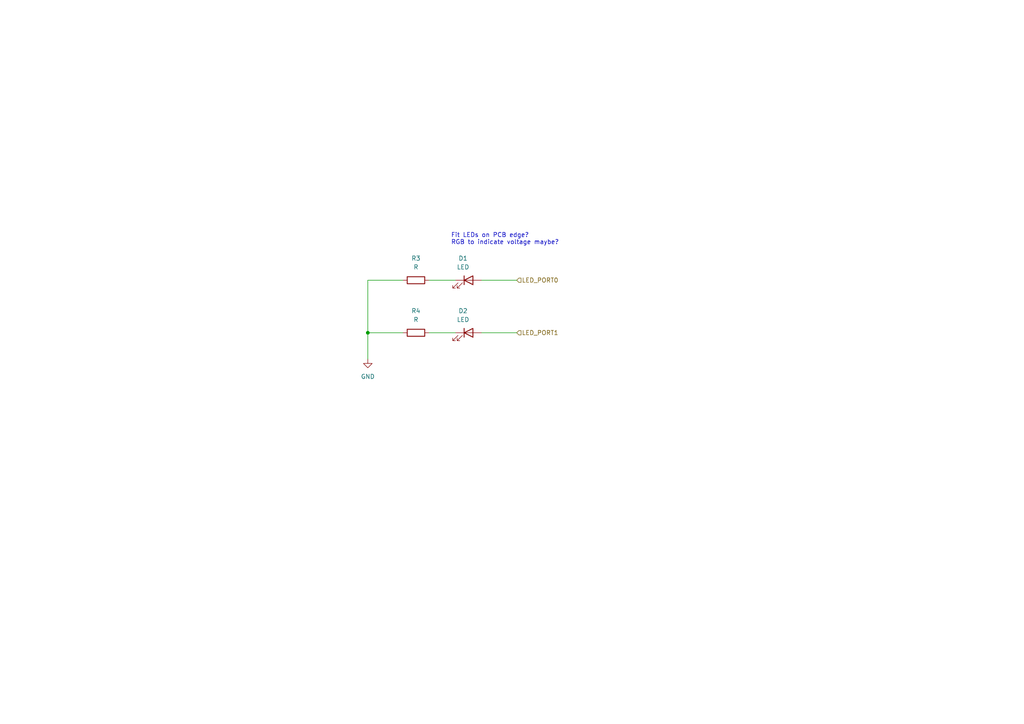
<source format=kicad_sch>
(kicad_sch (version 20230121) (generator eeschema)
  (paper "A4")
  (lib_symbols
    (symbol "Device:LED" (pin_numbers hide) (pin_names (offset 1.016) hide)
      (property "Reference" "D" (at 0 2.54 0))
      (property "Value" "LED" (at 0 -2.54 0))
      (symbol "LED_0_1"
        (polyline (pts (xy -1.27 -1.27) (xy -1.27 1.27)) (stroke (width 0.254)))
        (polyline (pts (xy -1.27 0) (xy 1.27 0)))
        (polyline (pts (xy 1.27 -1.27) (xy 1.27 1.27) (xy -1.27 0) (xy 1.27 -1.27)) (stroke (width 0.254)))
        (polyline (pts (xy -3.048 -0.762) (xy -4.572 -2.286) (xy -3.81 -2.286) (xy -4.572 -2.286) (xy -4.572 -1.524)))
        (polyline (pts (xy -1.778 -0.762) (xy -3.302 -2.286) (xy -2.54 -2.286) (xy -3.302 -2.286) (xy -3.302 -1.524)))
      )
      (symbol "LED_1_1"
        (pin passive line (at -3.81 0 0) (length 2.54) (name "K") (number "1"))
        (pin passive line (at 3.81 0 180) (length 2.54) (name "A") (number "2"))
      )
    )
    (symbol "Device:R" (pin_numbers hide) (pin_names (offset 0))
      (property "Reference" "R" (at 2.032 0 90))
      (property "Value" "R" (at 0 0 90))
      (symbol "R_0_1"
        (rectangle (start -1.016 -2.54) (end 1.016 2.54) (stroke (width 0.254)))
      )
      (symbol "R_1_1"
        (pin passive line (at 0 3.81 270) (length 1.27) (name "~") (number "1"))
        (pin passive line (at 0 -3.81 90) (length 1.27) (name "~") (number "2"))
      )
    )
    (symbol "power:GND" (power) (pin_names (offset 0))
      (property "Value" "GND" (at 0 -3.81 0))
      (symbol "GND_0_1"
        (polyline (pts (xy 0 0) (xy 0 -1.27) (xy 1.27 -1.27) (xy 0 -2.54) (xy -1.27 -1.27) (xy 0 -1.27)))
      )
      (symbol "GND_1_1"
        (pin power_in line (at 0 0 270) (length 0) hide (name "GND") (number "1"))
      )
    )
  )
  (junction (at 106.68 96.52))
  (wire (pts (xy 139.7 96.52) (xy 149.86 96.52)))
  (wire (pts (xy 116.84 81.28) (xy 106.68 81.28)))
  (wire (pts (xy 139.7 81.28) (xy 149.86 81.28)))
  (wire (pts (xy 106.68 81.28) (xy 106.68 96.52)))
  (wire (pts (xy 124.46 96.52) (xy 132.08 96.52)))
  (wire (pts (xy 106.68 96.52) (xy 106.68 104.14)))
  (wire (pts (xy 106.68 96.52) (xy 116.84 96.52)))
  (wire (pts (xy 124.46 81.28) (xy 132.08 81.28)))
  (text "Fit LEDs on PCB edge?\nRGB to indicate voltage maybe?\n" (at 130.81 71.12 0) (effects (font (size 1.27 1.27)) (justify left bottom)))
  (hierarchical_label "LED_PORT1" (shape input) (at 149.86 96.52 0))
  (hierarchical_label "LED_PORT0" (shape input) (at 149.86 81.28 0))
  (symbol (lib_id "Device:LED") (at 135.89 81.28 0) (unit 1)
    (property "Reference" "D1" (at 134.3025 74.93 0))
    (property "Value" "LED" (at 134.3025 77.47 0))
  )
  (symbol (lib_id "Device:R") (at 120.65 81.28 90) (unit 1)
    (property "Reference" "R3" (at 120.65 74.93 90))
    (property "Value" "R" (at 120.65 77.47 90))
  )
  (symbol (lib_id "power:GND") (at 106.68 104.14 0) (unit 1)
    (property "Reference" "#PWR05" (effects hide))
    (property "Value" "GND" (at 106.68 109.22 0))
  )
  (symbol (lib_id "Device:LED") (at 135.89 96.52 0) (unit 1)
    (property "Reference" "D2" (at 134.3025 90.17 0))
    (property "Value" "LED" (at 134.3025 92.71 0))
  )
  (symbol (lib_id "Device:R") (at 120.65 96.52 90) (unit 1)
    (property "Reference" "R4" (at 120.65 90.17 90))
    (property "Value" "R" (at 120.65 92.71 90))
  )
)
</source>
